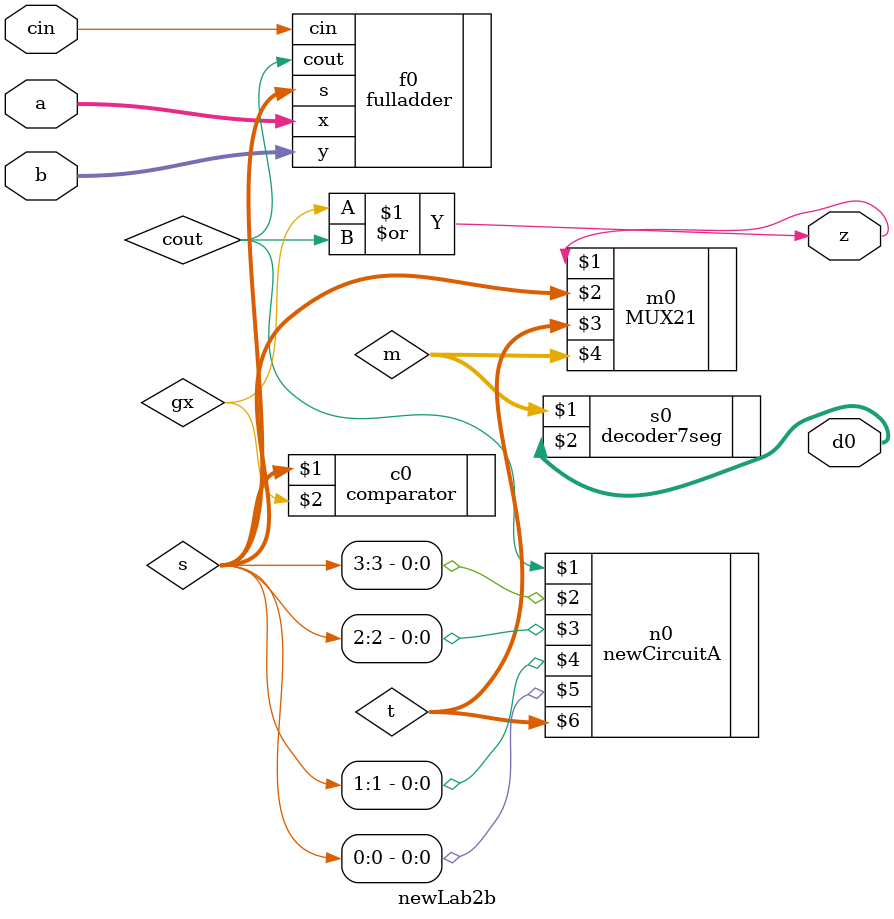
<source format=v>
module newLab2b (cin,a,b,z,d0);
input cin;
input [3:0] a,b;
output [6:0] d0;
output z;
assign z =(gx|cout);

wire [3:0]m;
wire [3:0]t;

wire [3:0] s;
wire cout;

fulladder f0(.x(a),.y(b),.cin(cin),.s(s),.cout(cout));

comparator c0(s,gx);

newCircuitA n0(cout,s[3],s[2],s[1],s[0],t);

MUX21 m0(z,s,t,m);

decoder7seg s0(m,d0);

endmodule
</source>
